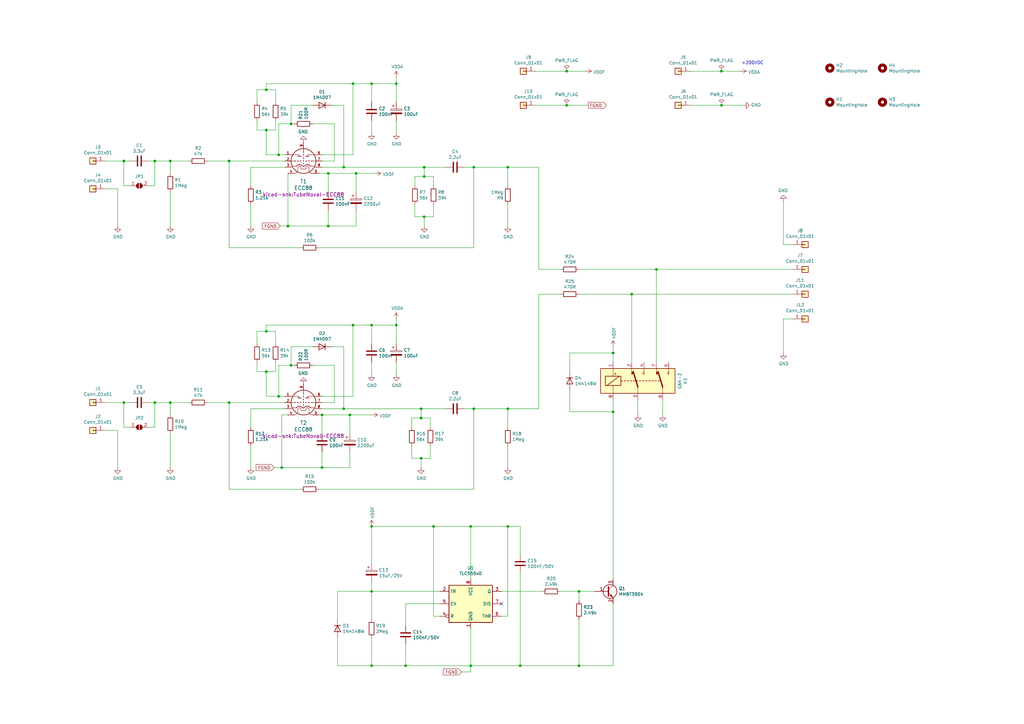
<source format=kicad_sch>
(kicad_sch (version 20211123) (generator eeschema)
  (paper "A3")
  (title_block (title "Pre-Amp ECC88/E88CC") (date "2022-09-16") (rev "V6"))
  (lib_symbols
    (symbol "Connector_Generic:Conn_01x01" (pin_names (offset 1.016) hide)
      (property "Reference" "J" (at 0 2.54 0))
      (property "Value" "Conn_01x01" (at 0 -2.54 0))
      (symbol "Conn_01x01_1_1"
        (rectangle (start -1.27 0.127) (end 0 -0.127) (stroke (width 0.1524)))
        (rectangle (start -1.27 1.27) (end 1.27 -1.27) (stroke (width 0.254)) (fill (type background)))
        (pin passive line (at -5.08 0 0) (length 3.81) (name "Pin_1") (number "1"))
      )
    )
    (symbol "Device:C" (pin_numbers hide) (pin_names (offset 0.254))
      (property "Reference" "C" (at 0.635 2.54 0))
      (property "Value" "C" (at 0.635 -2.54 0))
      (symbol "C_0_1"
        (polyline (pts (xy -2.032 -0.762) (xy 2.032 -0.762)) (stroke (width 0.508)))
        (polyline (pts (xy -2.032 0.762) (xy 2.032 0.762)) (stroke (width 0.508)))
      )
      (symbol "C_1_1"
        (pin passive line (at 0 3.81 270) (length 2.794) (name "~") (number "1"))
        (pin passive line (at 0 -3.81 90) (length 2.794) (name "~") (number "2"))
      )
    )
    (symbol "Device:C_Polarized" (pin_numbers hide) (pin_names (offset 0.254))
      (property "Reference" "C" (at 0.635 2.54 0))
      (property "Value" "C_Polarized" (at 0.635 -2.54 0))
      (symbol "C_Polarized_0_1"
        (rectangle (start -2.286 0.508) (end 2.286 1.016))
        (polyline (pts (xy -1.778 2.286) (xy -0.762 2.286)))
        (polyline (pts (xy -1.27 2.794) (xy -1.27 1.778)))
        (rectangle (start 2.286 -0.508) (end -2.286 -1.016) (fill (type outline)))
      )
      (symbol "C_Polarized_1_1"
        (pin passive line (at 0 3.81 270) (length 2.794) (name "~") (number "1"))
        (pin passive line (at 0 -3.81 90) (length 2.794) (name "~") (number "2"))
      )
    )
    (symbol "Device:R" (pin_numbers hide) (pin_names (offset 0))
      (property "Reference" "R" (at 2.032 0 90))
      (property "Value" "R" (at 0 0 90))
      (symbol "R_0_1"
        (rectangle (start -1.016 -2.54) (end 1.016 2.54) (stroke (width 0.254)))
      )
      (symbol "R_1_1"
        (pin passive line (at 0 3.81 270) (length 1.27) (name "~") (number "1"))
        (pin passive line (at 0 -3.81 90) (length 1.27) (name "~") (number "2"))
      )
    )
    (symbol "Diode:1N4007" (pin_numbers hide) (pin_names (offset 1.016) hide)
      (property "Reference" "D" (at 0 2.54 0))
      (property "Value" "1N4007" (at 0 -2.54 0))
      (symbol "1N4007_0_1"
        (polyline (pts (xy -1.27 1.27) (xy -1.27 -1.27)) (stroke (width 0.254)))
        (polyline (pts (xy 1.27 0) (xy -1.27 0)))
        (polyline (pts (xy 1.27 1.27) (xy 1.27 -1.27) (xy -1.27 0) (xy 1.27 1.27)) (stroke (width 0.254)))
      )
      (symbol "1N4007_1_1"
        (pin passive line (at -3.81 0 0) (length 2.54) (name "K") (number "1"))
        (pin passive line (at 3.81 0 180) (length 2.54) (name "A") (number "2"))
      )
    )
    (symbol "Diode:1N4148W" (pin_numbers hide) (pin_names (offset 1.016) hide)
      (property "Reference" "D" (at 0 2.54 0))
      (property "Value" "1N4148W" (at 0 -2.54 0))
      (symbol "1N4148W_0_1"
        (polyline (pts (xy -1.27 1.27) (xy -1.27 -1.27)) (stroke (width 0.254)))
        (polyline (pts (xy 1.27 0) (xy -1.27 0)))
        (polyline (pts (xy 1.27 1.27) (xy 1.27 -1.27) (xy -1.27 0) (xy 1.27 1.27)) (stroke (width 0.254)))
      )
      (symbol "1N4148W_1_1"
        (pin passive line (at -3.81 0 0) (length 2.54) (name "K") (number "1"))
        (pin passive line (at 3.81 0 180) (length 2.54) (name "A") (number "2"))
      )
    )
    (symbol "Jumper:SolderJumper_2_Open" (pin_names (offset 0) hide)
      (property "Reference" "JP" (at 0 2.032 0))
      (property "Value" "SolderJumper_2_Open" (at 0 -2.54 0))
      (symbol "SolderJumper_2_Open_0_1"
        (arc (start -0.254 1.016) (mid -1.27 0) (end -0.254 -1.016))
        (arc (start -0.254 1.016) (mid -1.27 0) (end -0.254 -1.016) (fill (type outline)))
        (polyline (pts (xy -0.254 1.016) (xy -0.254 -1.016)))
        (polyline (pts (xy 0.254 1.016) (xy 0.254 -1.016)))
        (arc (start 0.254 -1.016) (mid 1.27 0) (end 0.254 1.016))
        (arc (start 0.254 -1.016) (mid 1.27 0) (end 0.254 1.016) (fill (type outline)))
      )
      (symbol "SolderJumper_2_Open_1_1"
        (pin passive line (at -3.81 0 0) (length 2.54) (name "A") (number "1"))
        (pin passive line (at 3.81 0 180) (length 2.54) (name "B") (number "2"))
      )
    )
    (symbol "Mechanical:MountingHole" (pin_names (offset 1.016))
      (property "Reference" "H" (at 0 5.08 0))
      (property "Value" "MountingHole" (at 0 3.175 0))
      (symbol "MountingHole_0_1"
        (circle (center 0 0) (radius 1.27) (stroke (width 1.27)))
      )
    )
    (symbol "Relay:G6K-2"
      (property "Reference" "K" (at 16.51 3.81 0))
      (property "Value" "G6K-2" (at 16.51 1.27 0))
      (symbol "G6K-2_0_0"
        (text "+" (at -9.271 2.921 0) (effects (font (size 1.27 1.27))))
      )
      (symbol "G6K-2_0_1"
        (rectangle (start -15.24 5.08) (end 15.24 -5.08) (stroke (width 0.254)) (fill (type background)))
        (rectangle (start -13.335 1.905) (end -6.985 -1.905) (stroke (width 0.254)))
        (polyline (pts (xy -12.7 -1.905) (xy -7.62 1.905)) (stroke (width 0.254)))
        (polyline (pts (xy -10.16 -5.08) (xy -10.16 -1.905)))
        (polyline (pts (xy -10.16 5.08) (xy -10.16 1.905)))
        (polyline (pts (xy -6.985 0) (xy -6.35 0)) (stroke (width 0.254)))
        (polyline (pts (xy -5.715 0) (xy -5.08 0)) (stroke (width 0.254)))
        (polyline (pts (xy -4.445 0) (xy -3.81 0)) (stroke (width 0.254)))
        (polyline (pts (xy -3.175 0) (xy -2.54 0)) (stroke (width 0.254)))
        (polyline (pts (xy -1.905 0) (xy -1.27 0)) (stroke (width 0.254)))
        (polyline (pts (xy -0.635 0) (xy 0 0)) (stroke (width 0.254)))
        (polyline (pts (xy 0 -2.54) (xy -1.905 3.81)) (stroke (width 0.508)))
        (polyline (pts (xy 0 -2.54) (xy 0 -5.08)))
        (polyline (pts (xy 0.635 0) (xy 1.27 0)) (stroke (width 0.254)))
        (polyline (pts (xy 1.905 0) (xy 2.54 0)) (stroke (width 0.254)))
        (polyline (pts (xy 3.175 0) (xy 3.81 0)) (stroke (width 0.254)))
        (polyline (pts (xy 4.445 0) (xy 5.08 0)) (stroke (width 0.254)))
        (polyline (pts (xy 5.715 0) (xy 6.35 0)) (stroke (width 0.254)))
        (polyline (pts (xy 6.985 0) (xy 7.62 0)) (stroke (width 0.254)))
        (polyline (pts (xy 8.255 0) (xy 8.89 0)) (stroke (width 0.254)))
        (polyline (pts (xy 10.16 -2.54) (xy 8.255 3.81)) (stroke (width 0.508)))
        (polyline (pts (xy 10.16 -2.54) (xy 10.16 -5.08)))
        (polyline (pts (xy -2.54 5.08) (xy -2.54 2.54) (xy -1.905 3.175) (xy -2.54 3.81)) (fill (type outline)))
        (polyline (pts (xy 2.54 5.08) (xy 2.54 2.54) (xy 1.905 3.175) (xy 2.54 3.81)))
        (polyline (pts (xy 7.62 5.08) (xy 7.62 2.54) (xy 8.255 3.175) (xy 7.62 3.81)) (fill (type outline)))
        (polyline (pts (xy 12.7 5.08) (xy 12.7 2.54) (xy 12.065 3.175) (xy 12.7 3.81)))
      )
      (symbol "G6K-2_1_1"
        (pin passive line (at -10.16 7.62 270) (length 2.54) (name "~") (number "1"))
        (pin passive line (at -2.54 7.62 270) (length 2.54) (name "~") (number "2"))
        (pin passive line (at 0 -7.62 90) (length 2.54) (name "~") (number "3"))
        (pin passive line (at 2.54 7.62 270) (length 2.54) (name "~") (number "4"))
        (pin passive line (at 12.7 7.62 270) (length 2.54) (name "~") (number "5"))
        (pin passive line (at 10.16 -7.62 90) (length 2.54) (name "~") (number "6"))
        (pin passive line (at 7.62 7.62 270) (length 2.54) (name "~") (number "7"))
        (pin passive line (at -10.16 -7.62 90) (length 2.54) (name "~") (number "8"))
      )
    )
    (symbol "Timer:TLC555xD"
      (property "Reference" "U" (at -10.16 8.89 0))
      (property "Value" "TLC555xD" (at 2.54 8.89 0))
      (symbol "TLC555xD_0_0"
        (pin power_in line (at 0 -10.16 90) (length 2.54) (name "GND") (number "1"))
        (pin power_in line (at 0 10.16 270) (length 2.54) (name "VCC") (number "8"))
      )
      (symbol "TLC555xD_0_1"
        (rectangle (start -8.89 -7.62) (end 8.89 7.62) (stroke (width 0.254)) (fill (type background)))
        (rectangle (start -8.89 -7.62) (end 8.89 7.62) (stroke (width 0.254)) (fill (type background)))
      )
      (symbol "TLC555xD_1_1"
        (pin input line (at -12.7 5.08 0) (length 3.81) (name "TR") (number "2"))
        (pin output line (at 12.7 5.08 180) (length 3.81) (name "Q") (number "3"))
        (pin input inverted (at -12.7 -5.08 0) (length 3.81) (name "R") (number "4"))
        (pin input line (at -12.7 0 0) (length 3.81) (name "CV") (number "5"))
        (pin input line (at 12.7 -5.08 180) (length 3.81) (name "THR") (number "6"))
        (pin input line (at 12.7 0 180) (length 3.81) (name "DIS") (number "7"))
      )
    )
    (symbol "Transistor_BJT:MMBT3904" (pin_names (offset 0) hide)
      (property "Reference" "Q" (at 5.08 1.905 0))
      (property "Value" "MMBT3904" (at 5.08 0 0))
      (symbol "MMBT3904_0_1"
        (polyline (pts (xy 0.635 0.635) (xy 2.54 2.54)))
        (polyline (pts (xy 0.635 -0.635) (xy 2.54 -2.54) (xy 2.54 -2.54)))
        (polyline (pts (xy 0.635 1.905) (xy 0.635 -1.905) (xy 0.635 -1.905)) (stroke (width 0.508)))
        (polyline (pts (xy 1.27 -1.778) (xy 1.778 -1.27) (xy 2.286 -2.286) (xy 1.27 -1.778) (xy 1.27 -1.778)) (fill (type outline)))
        (circle (center 1.27 0) (radius 2.8194) (stroke (width 0.254)))
      )
      (symbol "MMBT3904_1_1"
        (pin input line (at -5.08 0 0) (length 5.715) (name "B") (number "1"))
        (pin passive line (at 2.54 -5.08 90) (length 2.54) (name "E") (number "2"))
        (pin passive line (at 2.54 5.08 270) (length 2.54) (name "C") (number "3"))
      )
    )
    (symbol "power:GND" (power) (pin_names (offset 0))
      (property "Value" "GND" (at 0 -3.81 0))
      (symbol "GND_0_1"
        (polyline (pts (xy 0 0) (xy 0 -1.27) (xy 1.27 -1.27) (xy 0 -2.54) (xy -1.27 -1.27) (xy 0 -1.27)))
      )
      (symbol "GND_1_1"
        (pin power_in line (at 0 0 270) (length 0) hide (name "GND") (number "1"))
      )
    )
    (symbol "power:PWR_FLAG" (power) (pin_numbers hide) (pin_names (offset 0) hide)
      (property "Value" "PWR_FLAG" (at 0 3.81 0))
      (symbol "PWR_FLAG_0_0"
        (pin power_out line (at 0 0 90) (length 0) (name "pwr") (number "1"))
      )
      (symbol "PWR_FLAG_0_1"
        (polyline (pts (xy 0 0) (xy 0 1.27) (xy -1.016 1.905) (xy 0 2.54) (xy 1.016 1.905) (xy 0 1.27)))
      )
    )
    (symbol "power:VDDA" (power) (pin_names (offset 0))
      (property "Value" "VDDA" (at 0 3.81 0))
      (symbol "VDDA_0_1"
        (polyline (pts (xy -0.762 1.27) (xy 0 2.54)))
        (polyline (pts (xy 0 0) (xy 0 2.54)))
        (polyline (pts (xy 0 2.54) (xy 0.762 1.27)))
      )
      (symbol "VDDA_1_1"
        (pin power_in line (at 0 0 90) (length 0) hide (name "VDDA") (number "1"))
      )
    )
    (symbol "power:VDDF" (power) (pin_names (offset 0))
      (property "Value" "VDDF" (at 0 3.81 0))
      (symbol "VDDF_0_1"
        (polyline (pts (xy -0.762 1.27) (xy 0 2.54)))
        (polyline (pts (xy 0 0) (xy 0 2.54)))
        (polyline (pts (xy 0 2.54) (xy 0.762 1.27)))
      )
      (symbol "VDDF_1_1"
        (pin power_in line (at 0 0 90) (length 0) hide (name "VDDF") (number "1"))
      )
    )
    (symbol "w_vacuum:ECC88" (pin_names (offset 0.0254) hide)
      (property "Reference" "T" (at 0 -7.62 0))
      (property "Value" "ECC88" (at 0 -10.16 0))
      (symbol "ECC88_0_1"
        (arc (start -1.016 -2.794) (mid -1.651 -2.159) (end -2.286 -2.794))
        (arc (start -0.381 -2.159) (mid -1.651 -1.4978) (end -2.921 -2.159) (stroke (width 0.254)))
        (polyline (pts (xy -5.08 0) (xy -3.683 0)))
        (polyline (pts (xy -3.683 0) (xy -3.175 0)) (stroke (width 0.254)))
        (polyline (pts (xy -2.54 0) (xy -2.032 0)) (stroke (width 0.254)))
        (polyline (pts (xy -2.413 1.905) (xy -0.889 1.905)) (stroke (width 0.254)))
        (polyline (pts (xy -1.397 0) (xy -0.889 0)) (stroke (width 0.254)))
        (polyline (pts (xy 0 5.08) (xy 0 3.937)))
        (polyline (pts (xy 0.889 0) (xy 1.397 0)) (stroke (width 0.254)))
        (polyline (pts (xy 0.889 1.905) (xy 2.413 1.905)) (stroke (width 0.254)))
        (polyline (pts (xy 2.032 0) (xy 2.54 0)) (stroke (width 0.254)))
        (polyline (pts (xy 3.175 0) (xy 3.683 0)) (stroke (width 0.254)))
        (polyline (pts (xy 3.683 0) (xy 5.08 0)))
        (polyline (pts (xy -2.921 -2.159) (xy -4.318 -2.159) (xy -5.08 -2.54)))
        (polyline (pts (xy -1.651 1.905) (xy -1.651 2.54) (xy -5.08 2.54)))
        (polyline (pts (xy 2.921 -2.159) (xy 4.318 -2.159) (xy 5.08 -2.54)))
        (polyline (pts (xy 5.08 2.54) (xy 1.651 2.54) (xy 1.651 1.905)))
        (polyline (pts (xy -2.286 -2.794) (xy -2.286 -4.191) (xy -3.175 -5.08) (xy -3.81 -5.08)))
        (polyline (pts (xy -1.016 -2.794) (xy -1.016 -3.302) (xy 1.016 -3.302) (xy 1.016 -2.794)))
        (polyline (pts (xy 2.286 -2.794) (xy 2.286 -4.191) (xy 3.175 -5.08) (xy 3.81 -5.08)))
        (circle (center 0 0) (radius 5.08) (stroke (width 0.254)))
        (arc (start 2.286 -2.794) (mid 1.651 -2.159) (end 1.016 -2.794))
        (arc (start 2.921 -2.159) (mid 1.651 -1.4978) (end 0.381 -2.159) (stroke (width 0.254)))
      )
      (symbol "ECC88_1_1"
        (polyline (pts (xy 0 -2.413) (xy 0 -1.905)) (stroke (width 0.254)))
        (polyline (pts (xy 0 -1.27) (xy 0 -0.762)) (stroke (width 0.254)))
        (polyline (pts (xy 0 -0.127) (xy 0 0.381)) (stroke (width 0.254)))
        (polyline (pts (xy 0 1.016) (xy 0 1.524)) (stroke (width 0.254)))
        (polyline (pts (xy 0 2.286) (xy 0 2.794)) (stroke (width 0.254)))
        (polyline (pts (xy 0 3.429) (xy 0 3.937)) (stroke (width 0.254)))
        (pin input line (at -7.62 2.54 0) (length 2.54) (name "qT1") (number "1"))
        (pin input line (at -7.62 0 0) (length 2.54) (name "gT1") (number "2"))
        (pin input line (at -7.62 -2.54 0) (length 2.54) (name "kT1") (number "3"))
        (pin input line (at -6.35 -5.08 0) (length 2.54) (name "h") (number "4"))
        (pin input line (at 6.35 -5.08 180) (length 2.54) (name "h") (number "5"))
        (pin input line (at 7.62 2.54 180) (length 2.54) (name "qT2") (number "6"))
        (pin input line (at 7.62 0 180) (length 2.54) (name "gT2") (number "7"))
        (pin input line (at 7.62 -2.54 180) (length 2.54) (name "kT2") (number "8"))
        (pin input line (at 0 7.62 270) (length 2.54) (name "s") (number "9"))
      )
    )
  )
  (junction (at 208.28 215.9))
  (junction (at 69.85 165.1))
  (junction (at 232.41 43.18))
  (junction (at 132.08 191.77))
  (junction (at 172.72 167.64))
  (junction (at 295.91 43.18))
  (junction (at 119.38 149.86))
  (junction (at 237.49 273.05))
  (junction (at 213.36 273.05))
  (junction (at 208.28 68.58))
  (junction (at 134.62 92.71))
  (junction (at 251.46 168.91))
  (junction (at 194.31 167.64))
  (junction (at 152.4 34.29))
  (junction (at 69.85 66.04))
  (junction (at 208.28 167.64))
  (junction (at 172.72 171.45))
  (junction (at 144.78 133.35))
  (junction (at 166.37 273.05))
  (junction (at 146.05 71.12))
  (junction (at 162.56 34.29))
  (junction (at 152.4 273.05))
  (junction (at 63.5 66.04))
  (junction (at 237.49 242.57))
  (junction (at 152.4 215.9))
  (junction (at 114.3 63.5))
  (junction (at 193.04 215.9))
  (junction (at 152.4 133.35))
  (junction (at 193.04 273.05))
  (junction (at 93.98 66.04))
  (junction (at 115.57 191.77))
  (junction (at 173.99 68.58))
  (junction (at 134.62 71.12))
  (junction (at 140.97 68.58))
  (junction (at 172.72 187.96))
  (junction (at 194.31 68.58))
  (junction (at 269.24 110.49))
  (junction (at 50.8 66.04))
  (junction (at 162.56 133.35))
  (junction (at 109.22 135.89))
  (junction (at 119.38 50.8))
  (junction (at 232.41 29.21))
  (junction (at 152.4 242.57))
  (junction (at 93.98 165.1))
  (junction (at 114.3 162.56))
  (junction (at 173.99 72.39))
  (junction (at 144.78 34.29))
  (junction (at 143.51 170.18))
  (junction (at 109.22 53.34))
  (junction (at 173.99 88.9))
  (junction (at 132.08 170.18))
  (junction (at 63.5 165.1))
  (junction (at 177.8 215.9))
  (junction (at 109.22 36.83))
  (junction (at 251.46 144.78))
  (junction (at 109.22 152.4))
  (junction (at 50.8 165.1))
  (junction (at 118.11 92.71))
  (junction (at 259.08 120.65))
  (junction (at 140.97 167.64))
  (junction (at 295.91 29.21))
  (no_connect (at 205.74 247.65))
  (wire (pts (xy 69.85 71.12) (xy 69.85 66.04)))
  (wire (pts (xy 105.41 36.83) (xy 105.41 41.91)))
  (wire (pts (xy 180.34 252.73) (xy 177.8 252.73)))
  (wire (pts (xy 162.56 153.67) (xy 162.56 148.59)))
  (wire (pts (xy 153.67 71.12) (xy 146.05 71.12)))
  (wire (pts (xy 173.99 92.71) (xy 173.99 88.9)))
  (wire (pts (xy 173.99 72.39) (xy 170.18 72.39)))
  (wire (pts (xy 194.31 101.6) (xy 130.81 101.6)))
  (wire (pts (xy 152.4 242.57) (xy 138.43 242.57)))
  (wire (pts (xy 321.31 130.81) (xy 325.12 130.81)))
  (wire (pts (xy 114.3 50.8) (xy 119.38 50.8)))
  (wire (pts (xy 219.71 43.18) (xy 232.41 43.18)))
  (wire (pts (xy 144.78 34.29) (xy 152.4 34.29)))
  (wire (pts (xy 152.4 140.97) (xy 152.4 133.35)))
  (wire (pts (xy 152.4 133.35) (xy 162.56 133.35)))
  (wire (pts (xy 114.3 162.56) (xy 109.22 162.56)))
  (wire (pts (xy 113.03 41.91) (xy 113.03 36.83)))
  (wire (pts (xy 193.04 273.05) (xy 166.37 273.05)))
  (wire (pts (xy 208.28 175.26) (xy 208.28 167.64)))
  (wire (pts (xy 102.87 92.71) (xy 102.87 83.82)))
  (wire (pts (xy 77.47 66.04) (xy 69.85 66.04)))
  (wire (pts (xy 233.68 160.02) (xy 233.68 168.91)))
  (wire (pts (xy 146.05 92.71) (xy 146.05 86.36)))
  (wire (pts (xy 60.96 165.1) (xy 63.5 165.1)))
  (wire (pts (xy 140.97 167.64) (xy 172.72 167.64)))
  (wire (pts (xy 205.74 242.57) (xy 222.25 242.57)))
  (wire (pts (xy 48.26 92.71) (xy 48.26 77.47)))
  (wire (pts (xy 116.84 68.58) (xy 102.87 68.58)))
  (wire (pts (xy 53.34 76.2) (xy 50.8 76.2)))
  (wire (pts (xy 63.5 165.1) (xy 69.85 165.1)))
  (wire (pts (xy 128.27 149.86) (xy 137.16 149.86)))
  (wire (pts (xy 168.91 187.96) (xy 172.72 187.96)))
  (wire (pts (xy 180.34 247.65) (xy 166.37 247.65)))
  (wire (pts (xy 50.8 76.2) (xy 50.8 66.04)))
  (wire (pts (xy 109.22 63.5) (xy 109.22 53.34)))
  (wire (pts (xy 194.31 167.64) (xy 190.5 167.64)))
  (wire (pts (xy 152.4 242.57) (xy 152.4 254)))
  (wire (pts (xy 109.22 135.89) (xy 105.41 135.89)))
  (wire (pts (xy 50.8 165.1) (xy 53.34 165.1)))
  (wire (pts (xy 109.22 53.34) (xy 105.41 53.34)))
  (wire (pts (xy 135.89 142.24) (xy 140.97 142.24)))
  (wire (pts (xy 208.28 83.82) (xy 208.28 92.71)))
  (wire (pts (xy 134.62 71.12) (xy 130.81 71.12)))
  (wire (pts (xy 105.41 135.89) (xy 105.41 140.97)))
  (wire (pts (xy 295.91 29.21) (xy 283.21 29.21)))
  (wire (pts (xy 144.78 63.5) (xy 144.78 34.29)))
  (wire (pts (xy 152.4 273.05) (xy 138.43 273.05)))
  (wire (pts (xy 205.74 252.73) (xy 208.28 252.73)))
  (wire (pts (xy 132.08 177.8) (xy 132.08 170.18)))
  (wire (pts (xy 269.24 148.59) (xy 269.24 110.49)))
  (wire (pts (xy 251.46 148.59) (xy 251.46 144.78)))
  (wire (pts (xy 162.56 133.35) (xy 162.56 140.97)))
  (wire (pts (xy 119.38 142.24) (xy 119.38 149.86)))
  (wire (pts (xy 208.28 76.2) (xy 208.28 68.58)))
  (wire (pts (xy 237.49 254) (xy 237.49 273.05)))
  (wire (pts (xy 69.85 92.71) (xy 69.85 78.74)))
  (wire (pts (xy 162.56 133.35) (xy 162.56 130.81)))
  (wire (pts (xy 137.16 149.86) (xy 137.16 165.1)))
  (wire (pts (xy 168.91 171.45) (xy 168.91 175.26)))
  (wire (pts (xy 119.38 149.86) (xy 114.3 149.86)))
  (wire (pts (xy 152.4 153.67) (xy 152.4 148.59)))
  (wire (pts (xy 208.28 191.77) (xy 208.28 182.88)))
  (wire (pts (xy 128.27 43.18) (xy 119.38 43.18)))
  (wire (pts (xy 115.57 170.18) (xy 115.57 191.77)))
  (wire (pts (xy 138.43 273.05) (xy 138.43 261.62)))
  (wire (pts (xy 208.28 252.73) (xy 208.28 215.9)))
  (wire (pts (xy 112.395 191.77) (xy 115.57 191.77)))
  (wire (pts (xy 213.36 227.33) (xy 213.36 215.9)))
  (wire (pts (xy 146.05 71.12) (xy 134.62 71.12)))
  (wire (pts (xy 109.22 53.34) (xy 113.03 53.34)))
  (wire (pts (xy 240.03 29.21) (xy 232.41 29.21)))
  (wire (pts (xy 162.56 54.61) (xy 162.56 49.53)))
  (wire (pts (xy 170.18 83.82) (xy 170.18 88.9)))
  (wire (pts (xy 152.4 242.57) (xy 152.4 238.76)))
  (wire (pts (xy 132.08 167.64) (xy 140.97 167.64)))
  (wire (pts (xy 144.78 162.56) (xy 144.78 133.35)))
  (wire (pts (xy 194.31 167.64) (xy 194.31 200.66)))
  (wire (pts (xy 166.37 247.65) (xy 166.37 256.54)))
  (wire (pts (xy 233.68 144.78) (xy 251.46 144.78)))
  (wire (pts (xy 259.08 148.59) (xy 259.08 120.65)))
  (wire (pts (xy 93.98 200.66) (xy 93.98 165.1)))
  (wire (pts (xy 118.11 170.18) (xy 115.57 170.18)))
  (wire (pts (xy 232.41 43.18) (xy 241.3 43.18)))
  (wire (pts (xy 114.935 92.71) (xy 118.11 92.71)))
  (wire (pts (xy 102.87 191.77) (xy 102.87 182.88)))
  (wire (pts (xy 172.72 171.45) (xy 168.91 171.45)))
  (wire (pts (xy 134.62 92.71) (xy 146.05 92.71)))
  (wire (pts (xy 85.09 66.04) (xy 93.98 66.04)))
  (wire (pts (xy 237.49 246.38) (xy 237.49 242.57)))
  (wire (pts (xy 135.89 43.18) (xy 140.97 43.18)))
  (wire (pts (xy 109.22 162.56) (xy 109.22 152.4)))
  (wire (pts (xy 194.31 68.58) (xy 208.28 68.58)))
  (wire (pts (xy 77.47 165.1) (xy 69.85 165.1)))
  (wire (pts (xy 143.51 170.18) (xy 152.4 170.18)))
  (wire (pts (xy 63.5 76.2) (xy 60.96 76.2)))
  (wire (pts (xy 116.84 63.5) (xy 114.3 63.5)))
  (wire (pts (xy 114.3 63.5) (xy 109.22 63.5)))
  (wire (pts (xy 152.4 215.9) (xy 177.8 215.9)))
  (wire (pts (xy 180.34 242.57) (xy 152.4 242.57)))
  (wire (pts (xy 208.28 215.9) (xy 193.04 215.9)))
  (wire (pts (xy 233.68 152.4) (xy 233.68 144.78)))
  (wire (pts (xy 123.19 200.66) (xy 93.98 200.66)))
  (wire (pts (xy 172.72 167.64) (xy 182.88 167.64)))
  (wire (pts (xy 166.37 273.05) (xy 152.4 273.05)))
  (wire (pts (xy 143.51 191.77) (xy 143.51 185.42)))
  (wire (pts (xy 132.08 63.5) (xy 144.78 63.5)))
  (wire (pts (xy 93.98 165.1) (xy 116.84 165.1)))
  (wire (pts (xy 213.36 273.05) (xy 193.04 273.05)))
  (wire (pts (xy 162.56 34.29) (xy 162.56 31.75)))
  (wire (pts (xy 271.78 170.18) (xy 271.78 163.83)))
  (wire (pts (xy 162.56 34.29) (xy 162.56 41.91)))
  (wire (pts (xy 53.34 175.26) (xy 50.8 175.26)))
  (wire (pts (xy 134.62 78.74) (xy 134.62 71.12)))
  (wire (pts (xy 233.68 168.91) (xy 251.46 168.91)))
  (wire (pts (xy 144.78 34.29) (xy 109.22 34.29)))
  (wire (pts (xy 69.85 66.04) (xy 63.5 66.04)))
  (wire (pts (xy 193.04 257.81) (xy 193.04 273.05)))
  (wire (pts (xy 138.43 242.57) (xy 138.43 254)))
  (wire (pts (xy 173.99 68.58) (xy 182.88 68.58)))
  (wire (pts (xy 193.04 275.59) (xy 193.04 273.05)))
  (wire (pts (xy 325.12 100.33) (xy 321.31 100.33)))
  (wire (pts (xy 193.04 237.49) (xy 193.04 215.9)))
  (wire (pts (xy 251.46 168.91) (xy 251.46 237.49)))
  (wire (pts (xy 170.18 88.9) (xy 173.99 88.9)))
  (wire (pts (xy 208.28 68.58) (xy 220.98 68.58)))
  (wire (pts (xy 261.62 170.18) (xy 261.62 163.83)))
  (wire (pts (xy 113.03 152.4) (xy 113.03 148.59)))
  (wire (pts (xy 177.8 88.9) (xy 177.8 83.82)))
  (wire (pts (xy 109.22 133.35) (xy 109.22 135.89)))
  (wire (pts (xy 170.18 72.39) (xy 170.18 76.2)))
  (wire (pts (xy 48.26 77.47) (xy 43.18 77.47)))
  (wire (pts (xy 114.3 149.86) (xy 114.3 162.56)))
  (wire (pts (xy 128.27 142.24) (xy 119.38 142.24)))
  (wire (pts (xy 194.31 200.66) (xy 130.81 200.66)))
  (wire (pts (xy 283.21 43.18) (xy 295.91 43.18)))
  (wire (pts (xy 237.49 273.05) (xy 213.36 273.05)))
  (wire (pts (xy 109.22 36.83) (xy 105.41 36.83)))
  (wire (pts (xy 176.53 187.96) (xy 176.53 182.88)))
  (wire (pts (xy 140.97 43.18) (xy 140.97 68.58)))
  (wire (pts (xy 119.38 50.8) (xy 120.65 50.8)))
  (wire (pts (xy 194.31 167.64) (xy 208.28 167.64)))
  (wire (pts (xy 134.62 92.71) (xy 134.62 86.36)))
  (wire (pts (xy 194.31 68.58) (xy 190.5 68.58)))
  (wire (pts (xy 146.05 78.74) (xy 146.05 71.12)))
  (wire (pts (xy 208.28 167.64) (xy 220.98 167.64)))
  (wire (pts (xy 48.26 191.77) (xy 48.26 176.53)))
  (wire (pts (xy 132.08 191.77) (xy 132.08 185.42)))
  (wire (pts (xy 50.8 66.04) (xy 53.34 66.04)))
  (wire (pts (xy 232.41 29.21) (xy 219.71 29.21)))
  (wire (pts (xy 259.08 120.65) (xy 325.12 120.65)))
  (wire (pts (xy 213.36 215.9) (xy 208.28 215.9)))
  (wire (pts (xy 251.46 247.65) (xy 251.46 273.05)))
  (wire (pts (xy 251.46 144.78) (xy 251.46 142.24)))
  (wire (pts (xy 43.18 66.04) (xy 50.8 66.04)))
  (wire (pts (xy 50.8 175.26) (xy 50.8 165.1)))
  (wire (pts (xy 213.36 234.95) (xy 213.36 273.05)))
  (wire (pts (xy 321.31 100.33) (xy 321.31 82.55)))
  (wire (pts (xy 132.08 68.58) (xy 140.97 68.58)))
  (wire (pts (xy 63.5 66.04) (xy 63.5 76.2)))
  (wire (pts (xy 193.04 215.9) (xy 177.8 215.9)))
  (wire (pts (xy 113.03 53.34) (xy 113.03 49.53)))
  (wire (pts (xy 143.51 177.8) (xy 143.51 170.18)))
  (wire (pts (xy 69.85 191.77) (xy 69.85 177.8)))
  (wire (pts (xy 321.31 144.78) (xy 321.31 130.81)))
  (wire (pts (xy 144.78 133.35) (xy 152.4 133.35)))
  (wire (pts (xy 237.49 120.65) (xy 259.08 120.65)))
  (wire (pts (xy 93.98 66.04) (xy 116.84 66.04)))
  (wire (pts (xy 303.53 29.21) (xy 295.91 29.21)))
  (wire (pts (xy 63.5 66.04) (xy 60.96 66.04)))
  (wire (pts (xy 63.5 175.26) (xy 60.96 175.26)))
  (wire (pts (xy 85.09 165.1) (xy 93.98 165.1)))
  (wire (pts (xy 93.98 101.6) (xy 93.98 66.04)))
  (wire (pts (xy 105.41 152.4) (xy 105.41 148.59)))
  (wire (pts (xy 137.16 50.8) (xy 137.16 66.04)))
  (wire (pts (xy 243.84 242.57) (xy 237.49 242.57)))
  (wire (pts (xy 173.99 88.9) (xy 177.8 88.9)))
  (wire (pts (xy 251.46 163.83) (xy 251.46 168.91)))
  (wire (pts (xy 176.53 175.26) (xy 176.53 171.45)))
  (wire (pts (xy 229.87 120.65) (xy 220.98 120.65)))
  (wire (pts (xy 177.8 252.73) (xy 177.8 215.9)))
  (wire (pts (xy 173.99 72.39) (xy 173.99 68.58)))
  (wire (pts (xy 115.57 191.77) (xy 132.08 191.77)))
  (wire (pts (xy 132.08 170.18) (xy 130.81 170.18)))
  (wire (pts (xy 132.08 165.1) (xy 137.16 165.1)))
  (wire (pts (xy 269.24 110.49) (xy 325.12 110.49)))
  (wire (pts (xy 152.4 34.29) (xy 162.56 34.29)))
  (wire (pts (xy 152.4 54.61) (xy 152.4 49.53)))
  (wire (pts (xy 116.84 167.64) (xy 102.87 167.64)))
  (wire (pts (xy 176.53 171.45) (xy 172.72 171.45)))
  (wire (pts (xy 152.4 231.14) (xy 152.4 215.9)))
  (wire (pts (xy 132.08 66.04) (xy 137.16 66.04)))
  (wire (pts (xy 251.46 273.05) (xy 237.49 273.05)))
  (wire (pts (xy 168.91 182.88) (xy 168.91 187.96)))
  (wire (pts (xy 116.84 162.56) (xy 114.3 162.56)))
  (wire (pts (xy 48.26 176.53) (xy 43.18 176.53)))
  (wire (pts (xy 123.19 101.6) (xy 93.98 101.6)))
  (wire (pts (xy 114.3 50.8) (xy 114.3 63.5)))
  (wire (pts (xy 237.49 110.49) (xy 269.24 110.49)))
  (wire (pts (xy 118.11 71.12) (xy 118.11 92.71)))
  (wire (pts (xy 113.03 36.83) (xy 109.22 36.83)))
  (wire (pts (xy 237.49 242.57) (xy 229.87 242.57)))
  (wire (pts (xy 166.37 273.05) (xy 166.37 264.16)))
  (wire (pts (xy 132.08 170.18) (xy 143.51 170.18)))
  (wire (pts (xy 69.85 170.18) (xy 69.85 165.1)))
  (wire (pts (xy 220.98 68.58) (xy 220.98 110.49)))
  (wire (pts (xy 63.5 165.1) (xy 63.5 175.26)))
  (wire (pts (xy 189.23 275.59) (xy 193.04 275.59)))
  (wire (pts (xy 229.87 110.49) (xy 220.98 110.49)))
  (wire (pts (xy 144.78 133.35) (xy 109.22 133.35)))
  (wire (pts (xy 177.8 72.39) (xy 173.99 72.39)))
  (wire (pts (xy 102.87 68.58) (xy 102.87 76.2)))
  (wire (pts (xy 105.41 53.34) (xy 105.41 49.53)))
  (wire (pts (xy 140.97 142.24) (xy 140.97 167.64)))
  (wire (pts (xy 120.65 149.86) (xy 119.38 149.86)))
  (wire (pts (xy 109.22 152.4) (xy 113.03 152.4)))
  (wire (pts (xy 172.72 191.77) (xy 172.72 187.96)))
  (wire (pts (xy 128.27 50.8) (xy 137.16 50.8)))
  (wire (pts (xy 177.8 76.2) (xy 177.8 72.39)))
  (wire (pts (xy 102.87 167.64) (xy 102.87 175.26)))
  (wire (pts (xy 220.98 167.64) (xy 220.98 120.65)))
  (wire (pts (xy 140.97 68.58) (xy 173.99 68.58)))
  (wire (pts (xy 118.11 92.71) (xy 134.62 92.71)))
  (wire (pts (xy 194.31 68.58) (xy 194.31 101.6)))
  (wire (pts (xy 152.4 273.05) (xy 152.4 261.62)))
  (wire (pts (xy 172.72 187.96) (xy 176.53 187.96)))
  (wire (pts (xy 113.03 140.97) (xy 113.03 135.89)))
  (wire (pts (xy 132.08 191.77) (xy 143.51 191.77)))
  (wire (pts (xy 109.22 34.29) (xy 109.22 36.83)))
  (wire (pts (xy 113.03 135.89) (xy 109.22 135.89)))
  (wire (pts (xy 295.91 43.18) (xy 304.8 43.18)))
  (wire (pts (xy 172.72 171.45) (xy 172.72 167.64)))
  (wire (pts (xy 152.4 41.91) (xy 152.4 34.29)))
  (wire (pts (xy 119.38 43.18) (xy 119.38 50.8)))
  (wire (pts (xy 132.08 162.56) (xy 144.78 162.56)))
  (wire (pts (xy 43.18 165.1) (xy 50.8 165.1)))
  (wire (pts (xy 109.22 152.4) (xy 105.41 152.4)))
  (text "+200VDC" (at 304.165 26.67 0) (effects (font (size 1.27 1.27)) (justify left bottom)))
  (global_label "FGND" (shape output) (at 241.3 43.18 0) (property "Intersheet References" "${INTERSHEET_REFS}" (effects hide)))
  (global_label "FGND" (shape input) (at 114.935 92.71 180) (property "Intersheet References" "${INTERSHEET_REFS}" (effects hide)))
  (global_label "FGND" (shape input) (at 189.23 275.59 180) (property "Intersheet References" "${INTERSHEET_REFS}" (effects hide)))
  (global_label "FGND" (shape input) (at 112.395 191.77 180) (property "Intersheet References" "${INTERSHEET_REFS}" (effects hide)))
  (symbol (lib_id "w_vacuum:ECC88") (at 124.46 66.04 0) (unit 1)
    (property "Reference" "T1" (at 124.46 74.3966 0) (effects (font (size 1.524 1.524))))
    (property "Value" "ECC88" (at 124.46 77.089 0) (effects (font (size 1.524 1.524))))
    (property "Footprint" "kicad-snk:TubeNoval-ECC88" (at 124.46 79.7814 0) (effects (font (size 1.524 1.524))))
  )
  (symbol (lib_id "Device:R") (at 81.28 66.04 270) (unit 1)
    (property "Reference" "R2" (at 81.28 60.7822 90))
    (property "Value" "47k" (at 81.28 63.0936 90))
    (property "Footprint" "Resistor_SMD:R_MELF_MMB-0207" (effects hide))
  )
  (symbol (lib_id "Device:R") (at 69.85 74.93 0) (unit 1)
    (property "Reference" "R1" (at 71.628 73.7616 0) (effects (justify left)))
    (property "Value" "1Meg" (at 71.628 76.073 0) (effects (justify left)))
    (property "Footprint" "Resistor_SMD:R_MELF_MMB-0207" (effects hide))
  )
  (symbol (lib_id "Connector_Generic:Conn_01x01") (at 38.1 66.04 180) (unit 1)
    (property "Reference" "J3" (at 40.1828 60.325 0))
    (property "Value" "Conn_01x01" (at 40.1828 62.6364 0))
    (property "Footprint" "Connector_Pin:Pin_D1.0mm_L10.0mm" (effects hide))
  )
  (symbol (lib_id "Connector_Generic:Conn_01x01") (at 38.1 77.47 180) (unit 1)
    (property "Reference" "J4" (at 40.1828 71.755 0))
    (property "Value" "Conn_01x01" (at 40.1828 74.0664 0))
    (property "Footprint" "Connector_Pin:Pin_D1.0mm_L10.0mm" (effects hide))
  )
  (symbol (lib_id "Connector_Generic:Conn_01x01") (at 278.13 29.21 180) (unit 1)
    (property "Reference" "J5" (at 280.2128 23.495 0))
    (property "Value" "Conn_01x01" (at 280.2128 25.8064 0))
    (property "Footprint" "Connector_Pin:Pin_D1.3mm_L11.0mm" (effects hide))
  )
  (symbol (lib_id "Connector_Generic:Conn_01x01") (at 278.13 43.18 180) (unit 1)
    (property "Reference" "J6" (at 280.2128 37.465 0))
    (property "Value" "Conn_01x01" (at 280.2128 39.7764 0))
    (property "Footprint" "Connector_Pin:Pin_D1.3mm_L11.0mm" (effects hide))
  )
  (symbol (lib_id "Device:C") (at 57.15 66.04 270) (unit 1)
    (property "Reference" "C1" (at 57.15 59.6392 90))
    (property "Value" "3.3uF" (at 57.15 61.9506 90))
    (property "Footprint" "Capacitor_THT:C_Rect_L7.2mm_W7.2mm_P5.00mm_FKS2_FKP2_MKS2_MKP2" (effects hide))
  )
  (symbol (lib_id "Mechanical:MountingHole") (at 340.36 27.94 0) (unit 1)
    (property "Reference" "H2" (at 342.9 26.7716 0) (effects (justify left)))
    (property "Value" "MountingHole" (at 342.9 29.083 0) (effects (justify left)))
    (property "Footprint" "MountingHole:MountingHole_3.2mm_M3" (effects hide))
  )
  (symbol (lib_id "Mechanical:MountingHole") (at 361.95 27.94 0) (unit 1)
    (property "Reference" "H4" (at 364.49 26.7716 0) (effects (justify left)))
    (property "Value" "MountingHole" (at 364.49 29.083 0) (effects (justify left)))
    (property "Footprint" "MountingHole:MountingHole_3.2mm_M3" (effects hide))
  )
  (symbol (lib_id "Mechanical:MountingHole") (at 340.36 41.91 0) (unit 1)
    (property "Reference" "H1" (at 342.9 40.7416 0) (effects (justify left)))
    (property "Value" "MountingHole" (at 342.9 43.053 0) (effects (justify left)))
    (property "Footprint" "MountingHole:MountingHole_3.2mm_M3" (effects hide))
  )
  (symbol (lib_id "Mechanical:MountingHole") (at 361.95 41.91 0) (unit 1)
    (property "Reference" "H3" (at 364.49 40.7416 0) (effects (justify left)))
    (property "Value" "MountingHole" (at 364.49 43.053 0) (effects (justify left)))
    (property "Footprint" "MountingHole:MountingHole_3.2mm_M3" (effects hide))
  )
  (symbol (lib_id "power:PWR_FLAG") (at 295.91 29.21 0) (unit 1)
    (property "Reference" "#FLG04" (effects hide))
    (property "Value" "PWR_FLAG" (at 295.91 24.8158 0))
  )
  (symbol (lib_id "power:GND") (at 304.8 43.18 90) (unit 1)
    (property "Reference" "#PWR05" (effects hide))
    (property "Value" "GND" (at 308.0512 43.053 90) (effects (justify right)))
  )
  (symbol (lib_id "power:PWR_FLAG") (at 295.91 43.18 0) (unit 1)
    (property "Reference" "#FLG03" (effects hide))
    (property "Value" "PWR_FLAG" (at 295.91 38.7858 0))
  )
  (symbol (lib_id "power:VDDF") (at 240.03 29.21 270) (unit 1)
    (property "Reference" "#PWR01" (effects hide))
    (property "Value" "VDDF" (at 243.2812 29.591 90) (effects (justify left)))
  )
  (symbol (lib_id "power:VDDA") (at 303.53 29.21 270) (unit 1)
    (property "Reference" "#PWR07" (effects hide))
    (property "Value" "VDDA" (at 306.7812 29.591 90) (effects (justify left)))
  )
  (symbol (lib_id "Device:R") (at 113.03 45.72 0) (unit 1)
    (property "Reference" "R5" (at 114.808 44.5516 0) (effects (justify left)))
    (property "Value" "39k" (at 114.808 46.863 0) (effects (justify left)))
    (property "Footprint" "Resistor_SMD:R_MELF_MMB-0207" (effects hide))
  )
  (symbol (lib_id "Device:C_Polarized") (at 162.56 45.72 0) (unit 1)
    (property "Reference" "C3" (at 165.5572 44.5516 0) (effects (justify left)))
    (property "Value" "100uF" (at 165.5572 46.863 0) (effects (justify left)))
    (property "Footprint" "Capacitor_THT:CP_Radial_D18.0mm_P7.50mm" (effects hide))
  )
  (symbol (lib_id "Device:R") (at 105.41 45.72 0) (unit 1)
    (property "Reference" "R4" (at 107.188 44.5516 0) (effects (justify left)))
    (property "Value" "56k" (at 107.188 46.863 0) (effects (justify left)))
    (property "Footprint" "Resistor_SMD:R_MELF_MMB-0207" (effects hide))
  )
  (symbol (lib_id "Device:C") (at 152.4 45.72 0) (unit 1)
    (property "Reference" "C2" (at 155.321 44.5516 0) (effects (justify left)))
    (property "Value" "100nF" (at 155.321 46.863 0) (effects (justify left)))
    (property "Footprint" "Capacitor_THT:C_Rect_L16.5mm_W5.0mm_P15.00mm_MKT" (effects hide))
  )
  (symbol (lib_id "Device:R") (at 177.8 80.01 0) (unit 1)
    (property "Reference" "R8" (at 179.578 78.8416 0) (effects (justify left)))
    (property "Value" "39k" (at 179.578 81.153 0) (effects (justify left)))
    (property "Footprint" "Resistor_SMD:R_MELF_MMB-0207" (effects hide))
  )
  (symbol (lib_id "Device:R") (at 170.18 80.01 0) (unit 1)
    (property "Reference" "R7" (at 171.958 78.8416 0) (effects (justify left)))
    (property "Value" "56k" (at 171.958 81.153 0) (effects (justify left)))
    (property "Footprint" "Resistor_SMD:R_MELF_MMB-0207" (effects hide))
  )
  (symbol (lib_id "Device:R") (at 208.28 80.01 180) (unit 1)
    (property "Reference" "R9" (at 206.502 81.1784 0) (effects (justify left)))
    (property "Value" "1Meg" (at 206.502 78.867 0) (effects (justify left)))
    (property "Footprint" "Resistor_SMD:R_MELF_MMB-0207" (effects hide))
  )
  (symbol (lib_id "Device:C") (at 186.69 68.58 270) (unit 1)
    (property "Reference" "C4" (at 186.69 62.1792 90))
    (property "Value" "2.2uF" (at 186.69 64.4906 90))
    (property "Footprint" "Capacitor_THT:C_Rect_L31.5mm_W11.0mm_P27.50mm_MKS4" (effects hide))
  )
  (symbol (lib_id "Device:R") (at 127 101.6 270) (unit 1)
    (property "Reference" "R6" (at 127 96.3422 90))
    (property "Value" "100k" (at 127 98.6536 90))
    (property "Footprint" "Resistor_SMD:R_MELF_MMB-0207" (effects hide))
  )
  (symbol (lib_id "power:GND") (at 124.46 58.42 180) (unit 1)
    (property "Reference" "#PWR09" (effects hide))
    (property "Value" "GND" (at 124.333 54.0258 0))
  )
  (symbol (lib_id "power:GND") (at 173.99 92.71 0) (unit 1)
    (property "Reference" "#PWR012" (effects hide))
    (property "Value" "GND" (at 174.117 97.1042 0))
  )
  (symbol (lib_id "Connector_Generic:Conn_01x01") (at 330.2 110.49 0) (mirror x) (unit 1)
    (property "Reference" "J7" (at 328.1172 104.775 0))
    (property "Value" "Conn_01x01" (at 328.1172 107.0864 0))
    (property "Footprint" "Connector_Pin:Pin_D1.0mm_L10.0mm" (effects hide))
  )
  (symbol (lib_id "Connector_Generic:Conn_01x01") (at 330.2 100.33 0) (mirror x) (unit 1)
    (property "Reference" "J8" (at 328.1172 94.615 0))
    (property "Value" "Conn_01x01" (at 328.1172 96.9264 0))
    (property "Footprint" "Connector_Pin:Pin_D1.0mm_L10.0mm" (effects hide))
  )
  (symbol (lib_id "power:GND") (at 162.56 54.61 0) (unit 1)
    (property "Reference" "#PWR014" (effects hide))
    (property "Value" "GND" (at 162.687 59.0042 0))
  )
  (symbol (lib_id "power:GND") (at 152.4 54.61 0) (unit 1)
    (property "Reference" "#PWR011" (effects hide))
    (property "Value" "GND" (at 152.527 59.0042 0))
  )
  (symbol (lib_id "power:VDDF") (at 153.67 71.12 270) (unit 1)
    (property "Reference" "#PWR010" (effects hide))
    (property "Value" "VDDF" (at 156.9212 71.501 90) (effects (justify left)))
  )
  (symbol (lib_id "Device:R") (at 102.87 80.01 0) (unit 1)
    (property "Reference" "R3" (at 104.648 78.8416 0) (effects (justify left)))
    (property "Value" "1.21k" (at 104.648 81.153 0) (effects (justify left)))
    (property "Footprint" "Resistor_SMD:R_MiniMELF_MMA-0204" (effects hide))
  )
  (symbol (lib_id "power:GND") (at 102.87 92.71 0) (unit 1)
    (property "Reference" "#PWR06" (effects hide))
    (property "Value" "GND" (at 102.997 97.1042 0))
  )
  (symbol (lib_id "power:GND") (at 69.85 92.71 0) (unit 1)
    (property "Reference" "#PWR04" (effects hide))
    (property "Value" "GND" (at 69.977 97.1042 0))
  )
  (symbol (lib_id "power:GND") (at 48.26 92.71 0) (unit 1)
    (property "Reference" "#PWR03" (effects hide))
    (property "Value" "GND" (at 48.387 97.1042 0))
  )
  (symbol (lib_id "power:VDDA") (at 162.56 31.75 0) (unit 1)
    (property "Reference" "#PWR013" (effects hide))
    (property "Value" "VDDA" (at 162.941 27.3558 0))
  )
  (symbol (lib_id "Connector_Generic:Conn_01x01") (at 214.63 29.21 180) (unit 1)
    (property "Reference" "J9" (at 216.7128 23.495 0))
    (property "Value" "Conn_01x01" (at 216.7128 25.8064 0))
    (property "Footprint" "Connector_Pin:Pin_D1.3mm_L11.0mm" (effects hide))
  )
  (symbol (lib_id "Connector_Generic:Conn_01x01") (at 214.63 43.18 180) (unit 1)
    (property "Reference" "J10" (at 216.7128 37.465 0))
    (property "Value" "Conn_01x01" (at 216.7128 39.7764 0))
    (property "Footprint" "Connector_Pin:Pin_D1.3mm_L11.0mm" (effects hide))
  )
  (symbol (lib_id "power:PWR_FLAG") (at 232.41 29.21 0) (unit 1)
    (property "Reference" "#FLG01" (effects hide))
    (property "Value" "PWR_FLAG" (at 232.41 24.8158 0))
  )
  (symbol (lib_id "power:PWR_FLAG") (at 232.41 43.18 0) (unit 1)
    (property "Reference" "#FLG02" (effects hide))
    (property "Value" "PWR_FLAG" (at 232.41 38.7858 0))
  )
  (symbol (lib_id "w_vacuum:ECC88") (at 124.46 165.1 0) (unit 1)
    (property "Reference" "T2" (at 124.46 173.4566 0) (effects (font (size 1.524 1.524))))
    (property "Value" "ECC88" (at 124.46 176.149 0) (effects (font (size 1.524 1.524))))
    (property "Footprint" "kicad-snk:TubeNoval-ECC88" (at 124.46 178.8414 0) (effects (font (size 1.524 1.524))))
  )
  (symbol (lib_id "Device:R") (at 81.28 165.1 270) (unit 1)
    (property "Reference" "R11" (at 81.28 159.8422 90))
    (property "Value" "47k" (at 81.28 162.1536 90))
    (property "Footprint" "Resistor_SMD:R_MELF_MMB-0207" (effects hide))
  )
  (symbol (lib_id "Device:R") (at 69.85 173.99 0) (unit 1)
    (property "Reference" "R10" (at 71.628 172.8216 0) (effects (justify left)))
    (property "Value" "1Meg" (at 71.628 175.133 0) (effects (justify left)))
    (property "Footprint" "Resistor_SMD:R_MELF_MMB-0207" (effects hide))
  )
  (symbol (lib_id "Connector_Generic:Conn_01x01") (at 38.1 165.1 180) (unit 1)
    (property "Reference" "J1" (at 40.1828 159.385 0))
    (property "Value" "Conn_01x01" (at 40.1828 161.6964 0))
    (property "Footprint" "Connector_Pin:Pin_D1.0mm_L10.0mm" (effects hide))
  )
  (symbol (lib_id "Connector_Generic:Conn_01x01") (at 38.1 176.53 180) (unit 1)
    (property "Reference" "J2" (at 40.1828 170.815 0))
    (property "Value" "Conn_01x01" (at 40.1828 173.1264 0))
    (property "Footprint" "Connector_Pin:Pin_D1.0mm_L10.0mm" (effects hide))
  )
  (symbol (lib_id "Device:C") (at 57.15 165.1 270) (unit 1)
    (property "Reference" "C5" (at 57.15 158.6992 90))
    (property "Value" "3.3uF" (at 57.15 161.0106 90))
    (property "Footprint" "Capacitor_THT:C_Rect_L7.2mm_W7.2mm_P5.00mm_FKS2_FKP2_MKS2_MKP2" (effects hide))
  )
  (symbol (lib_id "Device:R") (at 113.03 144.78 0) (unit 1)
    (property "Reference" "R14" (at 114.808 143.6116 0) (effects (justify left)))
    (property "Value" "39k" (at 114.808 145.923 0) (effects (justify left)))
    (property "Footprint" "Resistor_SMD:R_MELF_MMB-0207" (effects hide))
  )
  (symbol (lib_id "Device:C_Polarized") (at 162.56 144.78 0) (unit 1)
    (property "Reference" "C7" (at 165.5572 143.6116 0) (effects (justify left)))
    (property "Value" "100uF" (at 165.5572 145.923 0) (effects (justify left)))
    (property "Footprint" "Capacitor_THT:CP_Radial_D18.0mm_P7.50mm" (effects hide))
  )
  (symbol (lib_id "Device:R") (at 105.41 144.78 0) (unit 1)
    (property "Reference" "R13" (at 107.188 143.6116 0) (effects (justify left)))
    (property "Value" "56k" (at 107.188 145.923 0) (effects (justify left)))
    (property "Footprint" "Resistor_SMD:R_MELF_MMB-0207" (effects hide))
  )
  (symbol (lib_id "Device:C") (at 152.4 144.78 0) (unit 1)
    (property "Reference" "C6" (at 155.321 143.6116 0) (effects (justify left)))
    (property "Value" "100nF" (at 155.321 145.923 0) (effects (justify left)))
    (property "Footprint" "Capacitor_THT:C_Rect_L16.5mm_W5.0mm_P15.00mm_MKT" (effects hide))
  )
  (symbol (lib_id "Device:R") (at 176.53 179.07 0) (unit 1)
    (property "Reference" "R17" (at 178.308 177.9016 0) (effects (justify left)))
    (property "Value" "39k" (at 178.308 180.213 0) (effects (justify left)))
    (property "Footprint" "Resistor_SMD:R_MELF_MMB-0207" (effects hide))
  )
  (symbol (lib_id "Device:R") (at 168.91 179.07 0) (unit 1)
    (property "Reference" "R16" (at 170.688 177.9016 0) (effects (justify left)))
    (property "Value" "56k" (at 170.688 180.213 0) (effects (justify left)))
    (property "Footprint" "Resistor_SMD:R_MELF_MMB-0207" (effects hide))
  )
  (symbol (lib_id "Device:R") (at 208.28 179.07 0) (unit 1)
    (property "Reference" "R18" (at 210.058 177.9016 0) (effects (justify left)))
    (property "Value" "1Meg" (at 210.058 180.213 0) (effects (justify left)))
    (property "Footprint" "Resistor_SMD:R_MELF_MMB-0207" (effects hide))
  )
  (symbol (lib_id "Device:C") (at 186.69 167.64 270) (unit 1)
    (property "Reference" "C8" (at 186.69 161.2392 90))
    (property "Value" "2.2uF" (at 186.69 163.5506 90))
    (property "Footprint" "Capacitor_THT:C_Rect_L31.5mm_W11.0mm_P27.50mm_MKS4" (effects hide))
  )
  (symbol (lib_id "Device:R") (at 127 200.66 270) (unit 1)
    (property "Reference" "R15" (at 127 195.4022 90))
    (property "Value" "100k" (at 127 197.7136 90))
    (property "Footprint" "Resistor_SMD:R_MELF_MMB-0207" (effects hide))
  )
  (symbol (lib_id "power:GND") (at 124.46 157.48 180) (unit 1)
    (property "Reference" "#PWR021" (effects hide))
    (property "Value" "GND" (at 124.333 153.0858 0))
  )
  (symbol (lib_id "power:GND") (at 172.72 191.77 0) (unit 1)
    (property "Reference" "#PWR024" (effects hide))
    (property "Value" "GND" (at 172.847 196.1642 0))
  )
  (symbol (lib_id "Connector_Generic:Conn_01x01") (at 330.2 120.65 0) (mirror x) (unit 1)
    (property "Reference" "J11" (at 328.1172 114.935 0))
    (property "Value" "Conn_01x01" (at 328.1172 117.2464 0))
    (property "Footprint" "Connector_Pin:Pin_D1.0mm_L10.0mm" (effects hide))
  )
  (symbol (lib_id "Connector_Generic:Conn_01x01") (at 330.2 130.81 0) (mirror x) (unit 1)
    (property "Reference" "J12" (at 328.1172 125.095 0))
    (property "Value" "Conn_01x01" (at 328.1172 127.4064 0))
    (property "Footprint" "Connector_Pin:Pin_D1.0mm_L10.0mm" (effects hide))
  )
  (symbol (lib_id "power:GND") (at 321.31 144.78 0) (unit 1)
    (property "Reference" "#PWR028" (effects hide))
    (property "Value" "GND" (at 321.437 149.1742 0))
  )
  (symbol (lib_id "power:GND") (at 162.56 153.67 0) (unit 1)
    (property "Reference" "#PWR026" (effects hide))
    (property "Value" "GND" (at 162.687 158.0642 0))
  )
  (symbol (lib_id "power:GND") (at 152.4 153.67 0) (unit 1)
    (property "Reference" "#PWR023" (effects hide))
    (property "Value" "GND" (at 152.527 158.0642 0))
  )
  (symbol (lib_id "power:VDDF") (at 152.4 170.18 270) (unit 1)
    (property "Reference" "#PWR022" (effects hide))
    (property "Value" "VDDF" (at 155.6512 170.561 90) (effects (justify left)))
  )
  (symbol (lib_id "Device:R") (at 102.87 179.07 0) (unit 1)
    (property "Reference" "R12" (at 104.648 177.9016 0) (effects (justify left)))
    (property "Value" "1.21k" (at 104.648 180.213 0) (effects (justify left)))
    (property "Footprint" "Resistor_SMD:R_MiniMELF_MMA-0204" (effects hide))
  )
  (symbol (lib_id "power:GND") (at 102.87 191.77 0) (unit 1)
    (property "Reference" "#PWR018" (effects hide))
    (property "Value" "GND" (at 102.997 196.1642 0))
  )
  (symbol (lib_id "power:GND") (at 69.85 191.77 0) (unit 1)
    (property "Reference" "#PWR017" (effects hide))
    (property "Value" "GND" (at 69.977 196.1642 0))
  )
  (symbol (lib_id "power:GND") (at 48.26 191.77 0) (unit 1)
    (property "Reference" "#PWR02" (effects hide))
    (property "Value" "GND" (at 48.387 196.1642 0))
  )
  (symbol (lib_id "power:VDDA") (at 162.56 130.81 0) (unit 1)
    (property "Reference" "#PWR025" (effects hide))
    (property "Value" "VDDA" (at 162.941 126.4158 0))
  )
  (symbol (lib_id "Device:C_Polarized") (at 143.51 181.61 0) (unit 1)
    (property "Reference" "C10" (at 146.5072 180.4416 0) (effects (justify left)))
    (property "Value" "2200uF" (at 146.5072 182.753 0) (effects (justify left)))
    (property "Footprint" "Capacitor_THT:CP_Radial_D16.0mm_P7.50mm" (effects hide))
  )
  (symbol (lib_id "Device:C") (at 132.08 181.61 0) (unit 1)
    (property "Reference" "C9" (at 135.001 180.4416 0) (effects (justify left)))
    (property "Value" "100nF" (at 135.001 182.753 0) (effects (justify left)))
    (property "Footprint" "Capacitor_THT:C_Rect_L7.2mm_W2.5mm_P5.00mm_FKS2_FKP2_MKS2_MKP2" (effects hide))
  )
  (symbol (lib_id "Device:C_Polarized") (at 146.05 82.55 0) (unit 1)
    (property "Reference" "C12" (at 149.0472 81.3816 0) (effects (justify left)))
    (property "Value" "2200uF" (at 149.0472 83.693 0) (effects (justify left)))
    (property "Footprint" "Capacitor_THT:CP_Radial_D16.0mm_P7.50mm" (effects hide))
  )
  (symbol (lib_id "Device:C") (at 134.62 82.55 0) (unit 1)
    (property "Reference" "C11" (at 137.541 81.3816 0) (effects (justify left)))
    (property "Value" "100nF" (at 137.541 83.693 0) (effects (justify left)))
    (property "Footprint" "Capacitor_THT:C_Rect_L7.2mm_W2.5mm_P5.00mm_FKS2_FKP2_MKS2_MKP2" (effects hide))
  )
  (symbol (lib_id "Device:R") (at 124.46 50.8 90) (unit 1)
    (property "Reference" "R21" (at 123.2916 49.022 0) (effects (justify left)))
    (property "Value" "100R" (at 125.603 49.022 0) (effects (justify left)))
    (property "Footprint" "Resistor_SMD:R_MELF_MMB-0207" (effects hide))
  )
  (symbol (lib_id "Device:R") (at 124.46 149.86 90) (unit 1)
    (property "Reference" "R22" (at 123.2916 148.082 0) (effects (justify left)))
    (property "Value" "100R" (at 125.603 148.082 0) (effects (justify left)))
    (property "Footprint" "Resistor_SMD:R_MELF_MMB-0207" (effects hide))
  )
  (symbol (lib_id "Diode:1N4007") (at 132.08 142.24 180) (unit 1)
    (property "Reference" "D2" (at 132.08 136.7282 0))
    (property "Value" "1N4007" (at 132.08 139.0396 0))
    (property "Footprint" "Diode_SMD:D_SMA_Handsoldering" (effects hide))
    (property "Datasheet" "http://www.vishay.com/docs/88503/1n4001.pdf" (effects hide))
  )
  (symbol (lib_id "Diode:1N4007") (at 132.08 43.18 180) (unit 1)
    (property "Reference" "D1" (at 132.08 37.6682 0))
    (property "Value" "1N4007" (at 132.08 39.9796 0))
    (property "Footprint" "Diode_SMD:D_SMA_Handsoldering" (effects hide))
    (property "Datasheet" "http://www.vishay.com/docs/88503/1n4001.pdf" (effects hide))
  )
  (symbol (lib_id "Relay:G6K-2") (at 261.62 156.21 0) (unit 1)
    (property "Reference" "K1" (at 281.1018 156.21 90))
    (property "Value" "G6K-2" (at 278.7904 156.21 90))
    (property "Footprint" "Relay_SMD:Relay_DPDT_Omron_G6K-2F-Y" (effects hide))
    (property "Datasheet" "http://omronfs.omron.com/en_US/ecb/products/pdf/en-g6k.pdf" (effects hide))
  )
  (symbol (lib_id "Diode:1N4148W") (at 233.68 156.21 270) (unit 1)
    (property "Reference" "D4" (at 235.712 155.0416 90) (effects (justify left)))
    (property "Value" "1N4148W" (at 235.712 157.353 90) (effects (justify left)))
    (property "Footprint" "Diode_SMD:D_SOD-123" (effects hide))
    (property "Datasheet" "https://www.vishay.com/docs/85748/1n4148w.pdf" (effects hide))
  )
  (symbol (lib_id "Transistor_BJT:MMBT3904") (at 248.92 242.57 0) (unit 1)
    (property "Reference" "Q1" (at 253.7714 241.4016 0) (effects (justify left)))
    (property "Value" "MMBT3904" (at 253.7714 243.713 0) (effects (justify left)))
    (property "Footprint" "Package_TO_SOT_SMD:SOT-23" (effects hide))
    (property "Datasheet" "https://www.onsemi.com/pub/Collateral/2N3903-D.PDF" (effects hide))
  )
  (symbol (lib_id "Device:R") (at 237.49 250.19 0) (unit 1)
    (property "Reference" "R23" (at 239.268 249.0216 0) (effects (justify left)))
    (property "Value" "2.49k" (at 239.268 251.333 0) (effects (justify left)))
    (property "Footprint" "Resistor_SMD:R_0805_2012Metric_Pad1.20x1.40mm_HandSolder" (effects hide))
  )
  (symbol (lib_id "Device:R") (at 226.06 242.57 270) (unit 1)
    (property "Reference" "R20" (at 226.06 237.3122 90))
    (property "Value" "2.49k" (at 226.06 239.6236 90))
    (property "Footprint" "Resistor_SMD:R_0805_2012Metric_Pad1.20x1.40mm_HandSolder" (effects hide))
  )
  (symbol (lib_id "Timer:TLC555xD") (at 193.04 247.65 0) (unit 1)
    (property "Reference" "U1" (at 193.04 232.8926 0))
    (property "Value" "TLC555xD" (at 193.04 235.204 0))
    (property "Footprint" "Package_SO:SOIC-8_3.9x4.9mm_P1.27mm" (effects hide))
    (property "Datasheet" "http://www.ti.com/lit/ds/symlink/tlc555.pdf" (effects hide))
  )
  (symbol (lib_id "Device:C") (at 213.36 231.14 0) (unit 1)
    (property "Reference" "C15" (at 216.281 229.9716 0) (effects (justify left)))
    (property "Value" "100nF/50V" (at 216.281 232.283 0) (effects (justify left)))
    (property "Footprint" "Capacitor_SMD:C_0805_2012Metric_Pad1.18x1.45mm_HandSolder" (effects hide))
  )
  (symbol (lib_id "Device:C") (at 166.37 260.35 0) (unit 1)
    (property "Reference" "C14" (at 169.291 259.1816 0) (effects (justify left)))
    (property "Value" "100nF/50V" (at 169.291 261.493 0) (effects (justify left)))
    (property "Footprint" "Capacitor_SMD:C_0805_2012Metric_Pad1.18x1.45mm_HandSolder" (effects hide))
  )
  (symbol (lib_id "Device:C_Polarized") (at 152.4 234.95 0) (unit 1)
    (property "Reference" "C13" (at 155.3972 233.7816 0) (effects (justify left)))
    (property "Value" "15uF/25V" (at 155.3972 236.093 0) (effects (justify left)))
    (property "Footprint" "Capacitor_Tantalum_SMD:CP_EIA-3216-12_Kemet-S_Pad1.58x1.35mm_HandSolder" (effects hide))
  )
  (symbol (lib_id "Device:R") (at 152.4 257.81 0) (unit 1)
    (property "Reference" "R19" (at 154.178 256.6416 0) (effects (justify left)))
    (property "Value" "2Meg" (at 154.178 258.953 0) (effects (justify left)))
    (property "Footprint" "Resistor_SMD:R_0805_2012Metric_Pad1.20x1.40mm_HandSolder" (effects hide))
  )
  (symbol (lib_id "Diode:1N4148W") (at 138.43 257.81 270) (unit 1)
    (property "Reference" "D3" (at 140.462 256.6416 90) (effects (justify left)))
    (property "Value" "1N4148W" (at 140.462 258.953 90) (effects (justify left)))
    (property "Footprint" "Diode_SMD:D_SOD-123" (effects hide))
    (property "Datasheet" "https://www.vishay.com/docs/85748/1n4148w.pdf" (effects hide))
  )
  (symbol (lib_id "power:VDDF") (at 152.4 215.9 0) (unit 1)
    (property "Reference" "#PWR0101" (effects hide))
    (property "Value" "VDDF" (at 152.781 212.6488 90) (effects (justify left)))
  )
  (symbol (lib_id "Device:R") (at 233.68 110.49 270) (unit 1)
    (property "Reference" "R24" (at 233.68 105.2322 90))
    (property "Value" "470R" (at 233.68 107.5436 90))
    (property "Footprint" "Resistor_SMD:R_MELF_MMB-0207" (effects hide))
  )
  (symbol (lib_id "Device:R") (at 233.68 120.65 270) (unit 1)
    (property "Reference" "R25" (at 233.68 115.3922 90))
    (property "Value" "470R" (at 233.68 117.7036 90))
    (property "Footprint" "Resistor_SMD:R_MELF_MMB-0207" (effects hide))
  )
  (symbol (lib_id "power:GND") (at 321.31 82.55 180) (unit 1)
    (property "Reference" "#PWR0102" (effects hide))
    (property "Value" "GND" (at 321.183 78.1558 0))
  )
  (symbol (lib_id "power:GND") (at 261.62 170.18 0) (unit 1)
    (property "Reference" "#PWR0106" (effects hide))
    (property "Value" "GND" (at 261.747 174.5742 0))
  )
  (symbol (lib_id "power:GND") (at 271.78 170.18 0) (unit 1)
    (property "Reference" "#PWR0107" (effects hide))
    (property "Value" "GND" (at 271.907 174.5742 0))
  )
  (symbol (lib_id "power:GND") (at 208.28 92.71 0) (unit 1)
    (property "Reference" "#PWR0104" (effects hide))
    (property "Value" "GND" (at 208.407 97.1042 0))
  )
  (symbol (lib_id "power:VDDF") (at 251.46 142.24 0) (unit 1)
    (property "Reference" "#PWR0108" (effects hide))
    (property "Value" "VDDF" (at 251.841 138.9888 90) (effects (justify left)))
  )
  (symbol (lib_id "power:GND") (at 208.28 191.77 0) (unit 1)
    (property "Reference" "#PWR0105" (effects hide))
    (property "Value" "GND" (at 208.407 196.1642 0))
  )
  (symbol (lib_id "Jumper:SolderJumper_2_Open") (at 57.15 76.2 0) (unit 1)
    (property "Reference" "JP1" (at 57.15 72.39 0))
    (property "Value" "SolderJumper_2_Open" (effects hide))
    (property "Footprint" "Jumper:SolderJumper-2_P1.3mm_Open_Pad1.0x1.5mm" (effects hide))
  )
  (symbol (lib_id "Jumper:SolderJumper_2_Open") (at 57.15 175.26 0) (unit 1)
    (property "Reference" "JP2" (at 57.15 171.45 0))
    (property "Value" "SolderJumper_2_Open" (effects hide))
    (property "Footprint" "Jumper:SolderJumper-2_P1.3mm_Open_Pad1.0x1.5mm" (effects hide))
  )
)
</source>
